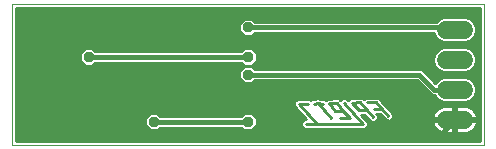
<source format=gbl>
G75*
G70*
%OFA0B0*%
%FSLAX24Y24*%
%IPPOS*%
%LPD*%
%AMOC8*
5,1,8,0,0,1.08239X$1,22.5*
%
%ADD10C,0.0000*%
%ADD11C,0.0600*%
%ADD12C,0.0100*%
%ADD13C,0.0160*%
%ADD14OC8,0.0356*%
D10*
X000347Y000347D02*
X016095Y000347D01*
X016095Y005071D01*
X000347Y005071D01*
X000347Y000347D01*
D11*
X014811Y001209D02*
X015411Y001209D01*
X015411Y002209D02*
X014811Y002209D01*
X014811Y003209D02*
X015411Y003209D01*
X015411Y004209D02*
X014811Y004209D01*
D12*
X014416Y004090D02*
X008434Y004090D01*
X008438Y004094D02*
X014415Y004094D01*
X014463Y003977D01*
X014578Y003861D01*
X014729Y003799D01*
X015492Y003799D01*
X015643Y003861D01*
X015758Y003977D01*
X015821Y004128D01*
X015821Y004291D01*
X015758Y004441D01*
X015643Y004557D01*
X015492Y004619D01*
X014729Y004619D01*
X014578Y004557D01*
X014496Y004474D01*
X008438Y004474D01*
X008340Y004572D01*
X008102Y004572D01*
X007933Y004403D01*
X007933Y004165D01*
X008102Y003996D01*
X008340Y003996D01*
X008438Y004094D01*
X008007Y004090D02*
X000497Y004090D01*
X000497Y004188D02*
X007933Y004188D01*
X007933Y004287D02*
X000497Y004287D01*
X000497Y004385D02*
X007933Y004385D01*
X008013Y004484D02*
X000497Y004484D01*
X000497Y004582D02*
X014640Y004582D01*
X014506Y004484D02*
X008428Y004484D01*
X008340Y003588D02*
X008102Y003588D01*
X008003Y003490D01*
X003123Y003490D01*
X003025Y003588D01*
X002787Y003588D01*
X002618Y003419D01*
X002618Y003180D01*
X002787Y003011D01*
X003025Y003011D01*
X003123Y003110D01*
X008003Y003110D01*
X008102Y003011D01*
X008340Y003011D01*
X008509Y003180D01*
X008509Y003419D01*
X008340Y003588D01*
X008429Y003499D02*
X014521Y003499D01*
X014578Y003557D02*
X014463Y003441D01*
X014401Y003291D01*
X014401Y003128D01*
X014463Y002977D01*
X014578Y002861D01*
X014729Y002799D01*
X015492Y002799D01*
X015643Y002861D01*
X015758Y002977D01*
X015821Y003128D01*
X015821Y003291D01*
X015758Y003441D01*
X015643Y003557D01*
X015492Y003619D01*
X014729Y003619D01*
X014578Y003557D01*
X014677Y003597D02*
X000497Y003597D01*
X000497Y003499D02*
X002698Y003499D01*
X002618Y003400D02*
X000497Y003400D01*
X000497Y003302D02*
X002618Y003302D01*
X002618Y003203D02*
X000497Y003203D01*
X000497Y003105D02*
X002693Y003105D01*
X003119Y003105D02*
X008008Y003105D01*
X008102Y002997D02*
X007933Y002828D01*
X007933Y002590D01*
X008102Y002421D01*
X008340Y002421D01*
X008438Y002519D01*
X013851Y002519D01*
X014351Y002019D01*
X014446Y002019D01*
X014463Y001977D01*
X014578Y001861D01*
X014729Y001799D01*
X015492Y001799D01*
X015643Y001861D01*
X015758Y001977D01*
X015821Y002128D01*
X015821Y002291D01*
X015758Y002441D01*
X015643Y002557D01*
X015492Y002619D01*
X014729Y002619D01*
X014578Y002557D01*
X014465Y002443D01*
X014008Y002899D01*
X008438Y002899D01*
X008340Y002997D01*
X008102Y002997D01*
X008012Y002908D02*
X000497Y002908D01*
X000497Y003006D02*
X014451Y003006D01*
X014410Y003105D02*
X008434Y003105D01*
X008509Y003203D02*
X014401Y003203D01*
X014405Y003302D02*
X008509Y003302D01*
X008509Y003400D02*
X014446Y003400D01*
X015545Y003597D02*
X015945Y003597D01*
X015945Y003499D02*
X015701Y003499D01*
X015775Y003400D02*
X015945Y003400D01*
X015945Y003302D02*
X015816Y003302D01*
X015821Y003203D02*
X015945Y003203D01*
X015945Y003105D02*
X015811Y003105D01*
X015770Y003006D02*
X015945Y003006D01*
X015945Y002908D02*
X015689Y002908D01*
X015517Y002809D02*
X015945Y002809D01*
X015945Y002711D02*
X014196Y002711D01*
X014098Y002809D02*
X014704Y002809D01*
X014532Y002908D02*
X008430Y002908D01*
X007933Y002809D02*
X000497Y002809D01*
X000497Y002711D02*
X007933Y002711D01*
X007933Y002612D02*
X000497Y002612D01*
X000497Y002514D02*
X008009Y002514D01*
X008433Y002514D02*
X013856Y002514D01*
X013955Y002415D02*
X000497Y002415D01*
X000497Y002317D02*
X014053Y002317D01*
X014152Y002218D02*
X000497Y002218D01*
X000497Y002120D02*
X014250Y002120D01*
X014349Y002021D02*
X000497Y002021D01*
X000497Y001923D02*
X011352Y001923D01*
X011369Y001938D02*
X011290Y001868D01*
X011252Y001910D01*
X011246Y001910D01*
X011242Y001914D01*
X011181Y001914D01*
X011120Y001917D01*
X011116Y001913D01*
X010915Y001911D01*
X010854Y001915D01*
X010850Y001911D01*
X010844Y001911D01*
X010812Y001878D01*
X010792Y001901D01*
X010615Y001911D01*
X010602Y001912D01*
X010592Y001920D01*
X010538Y001915D01*
X010483Y001919D01*
X010473Y001910D01*
X010336Y001898D01*
X010313Y001871D01*
X010286Y001898D01*
X009923Y001898D01*
X009862Y001901D01*
X009858Y001898D01*
X009852Y001898D01*
X009809Y001854D01*
X009763Y001813D01*
X009763Y001808D01*
X009759Y001804D01*
X009759Y001742D01*
X009755Y001681D01*
X009759Y001677D01*
X009759Y001671D01*
X009803Y001628D01*
X010158Y001229D01*
X010081Y001230D01*
X009987Y001137D01*
X009985Y001005D01*
X010078Y000910D01*
X010451Y000906D01*
X010513Y000906D01*
X010575Y000902D01*
X010578Y000905D01*
X010582Y000905D01*
X010583Y000906D01*
X012054Y000905D01*
X012115Y000902D01*
X012119Y000905D01*
X012124Y000905D01*
X012168Y000949D01*
X012214Y000990D01*
X012214Y000995D01*
X012218Y000999D01*
X012218Y001061D01*
X012222Y001122D01*
X012218Y001126D01*
X012218Y001132D01*
X012175Y001175D01*
X011996Y001375D01*
X012103Y001376D01*
X012315Y001138D01*
X012447Y001131D01*
X012546Y001219D01*
X012554Y001351D01*
X012500Y001411D01*
X012613Y001404D01*
X012813Y001180D01*
X012945Y001173D01*
X013044Y001261D01*
X013052Y001393D01*
X012764Y001716D01*
X012649Y001845D01*
X012649Y001851D01*
X012605Y001894D01*
X012565Y001940D01*
X012559Y001940D01*
X012555Y001944D01*
X012494Y001944D01*
X012432Y001948D01*
X012428Y001944D01*
X012131Y001944D01*
X012075Y001888D01*
X012074Y001890D01*
X012033Y001935D01*
X012027Y001936D01*
X012022Y001940D01*
X011962Y001940D01*
X011901Y001943D01*
X011896Y001939D01*
X011696Y001937D01*
X011635Y001941D01*
X011630Y001937D01*
X011624Y001937D01*
X011582Y001893D01*
X011556Y001870D01*
X011502Y001931D01*
X011369Y001938D01*
X011508Y001923D02*
X011611Y001923D01*
X011692Y001777D02*
X011958Y001779D01*
X012174Y001537D01*
X011908Y001534D01*
X011692Y001777D01*
X011426Y001775D02*
X012058Y001065D01*
X010518Y001066D01*
X010146Y001069D01*
X009986Y001036D02*
X008509Y001036D01*
X008509Y001015D02*
X008340Y000846D01*
X008102Y000846D01*
X008003Y000944D01*
X005289Y000944D01*
X005191Y000846D01*
X004952Y000846D01*
X004783Y001015D01*
X004783Y001254D01*
X004952Y001422D01*
X005191Y001422D01*
X005289Y001324D01*
X008003Y001324D01*
X008102Y001422D01*
X008340Y001422D01*
X008509Y001254D01*
X008509Y001015D01*
X008432Y000938D02*
X010051Y000938D01*
X010451Y000906D02*
X010451Y000906D01*
X010518Y001066D02*
X009919Y001738D01*
X010220Y001738D01*
X010415Y001744D02*
X010540Y001755D01*
X010972Y001270D01*
X011273Y001270D02*
X011609Y001268D01*
X011393Y001511D01*
X011128Y001509D01*
X010911Y001751D01*
X011177Y001754D01*
X011393Y001511D01*
X012035Y001332D02*
X012142Y001332D01*
X012123Y001233D02*
X012230Y001233D01*
X012390Y001294D02*
X012174Y001537D01*
X012406Y001577D02*
X012689Y001560D01*
X012888Y001336D01*
X013048Y001332D02*
X014377Y001332D01*
X014372Y001314D02*
X014363Y001259D01*
X015061Y001259D01*
X015061Y001659D01*
X014775Y001659D01*
X014705Y001648D01*
X014638Y001626D01*
X014575Y001594D01*
X014517Y001552D01*
X014467Y001502D01*
X014426Y001445D01*
X014394Y001382D01*
X014372Y001314D01*
X014418Y001430D02*
X013019Y001430D01*
X012931Y001529D02*
X014494Y001529D01*
X014642Y001627D02*
X012843Y001627D01*
X012764Y001716D02*
X012764Y001716D01*
X012755Y001726D02*
X015945Y001726D01*
X015945Y001627D02*
X015579Y001627D01*
X015583Y001626D02*
X015516Y001648D01*
X015446Y001659D01*
X015161Y001659D01*
X015161Y001259D01*
X015858Y001259D01*
X015850Y001314D01*
X015828Y001382D01*
X015796Y001445D01*
X015754Y001502D01*
X015704Y001552D01*
X015646Y001594D01*
X015583Y001626D01*
X015727Y001529D02*
X015945Y001529D01*
X015945Y001430D02*
X015803Y001430D01*
X015844Y001332D02*
X015945Y001332D01*
X015945Y001233D02*
X015161Y001233D01*
X015161Y001259D02*
X015161Y001159D01*
X015858Y001159D01*
X015850Y001104D01*
X015828Y001036D01*
X015796Y000973D01*
X015754Y000916D01*
X015704Y000866D01*
X015646Y000824D01*
X015583Y000792D01*
X015516Y000770D01*
X015446Y000759D01*
X015161Y000759D01*
X015161Y001159D01*
X015061Y001159D01*
X015061Y000759D01*
X014775Y000759D01*
X014705Y000770D01*
X014638Y000792D01*
X014575Y000824D01*
X014517Y000866D01*
X014467Y000916D01*
X014426Y000973D01*
X014394Y001036D01*
X014372Y001104D01*
X014363Y001159D01*
X015061Y001159D01*
X015061Y001259D01*
X015161Y001259D01*
X015161Y001332D02*
X015061Y001332D01*
X015061Y001430D02*
X015161Y001430D01*
X015161Y001529D02*
X015061Y001529D01*
X015061Y001627D02*
X015161Y001627D01*
X015553Y001824D02*
X015945Y001824D01*
X015945Y001923D02*
X015704Y001923D01*
X015777Y002021D02*
X015945Y002021D01*
X015945Y002120D02*
X015817Y002120D01*
X015821Y002218D02*
X015945Y002218D01*
X015945Y002317D02*
X015810Y002317D01*
X015769Y002415D02*
X015945Y002415D01*
X015945Y002514D02*
X015686Y002514D01*
X015508Y002612D02*
X015945Y002612D01*
X014713Y002612D02*
X014295Y002612D01*
X014393Y002514D02*
X014536Y002514D01*
X014517Y001923D02*
X012580Y001923D01*
X012668Y001824D02*
X014668Y001824D01*
X015061Y001233D02*
X013013Y001233D01*
X012766Y001233D02*
X012547Y001233D01*
X012552Y001332D02*
X012678Y001332D01*
X012689Y001560D02*
X012489Y001784D01*
X012197Y001784D01*
X012110Y001923D02*
X012044Y001923D01*
X010716Y001745D02*
X010540Y001755D01*
X010615Y001911D02*
X010615Y001911D01*
X009776Y001824D02*
X000497Y001824D01*
X000497Y001726D02*
X009758Y001726D01*
X009803Y001627D02*
X000497Y001627D01*
X000497Y001529D02*
X009891Y001529D01*
X009978Y001430D02*
X000497Y001430D01*
X000497Y001332D02*
X004861Y001332D01*
X004783Y001233D02*
X000497Y001233D01*
X000497Y001135D02*
X004783Y001135D01*
X004783Y001036D02*
X000497Y001036D01*
X000497Y000938D02*
X004860Y000938D01*
X005282Y000938D02*
X008010Y000938D01*
X008509Y001135D02*
X009987Y001135D01*
X010154Y001233D02*
X008509Y001233D01*
X008431Y001332D02*
X010066Y001332D01*
X012157Y000938D02*
X014451Y000938D01*
X014394Y001036D02*
X012218Y001036D01*
X012215Y001135D02*
X012374Y001135D01*
X012452Y001135D02*
X014367Y001135D01*
X015061Y001135D02*
X015161Y001135D01*
X015161Y001036D02*
X015061Y001036D01*
X015061Y000938D02*
X015161Y000938D01*
X015161Y000839D02*
X015061Y000839D01*
X014554Y000839D02*
X000497Y000839D01*
X000497Y000741D02*
X015945Y000741D01*
X015945Y000839D02*
X015667Y000839D01*
X015770Y000938D02*
X015945Y000938D01*
X015945Y001036D02*
X015828Y001036D01*
X015854Y001135D02*
X015945Y001135D01*
X015945Y000642D02*
X000497Y000642D01*
X000497Y000544D02*
X015945Y000544D01*
X015945Y000497D02*
X000497Y000497D01*
X000497Y004921D01*
X015945Y004921D01*
X015945Y000497D01*
X008011Y001332D02*
X005281Y001332D01*
X003114Y003499D02*
X008013Y003499D01*
X014457Y003991D02*
X000497Y003991D01*
X000497Y003893D02*
X014547Y003893D01*
X015674Y003893D02*
X015945Y003893D01*
X015945Y003794D02*
X000497Y003794D01*
X000497Y003696D02*
X015945Y003696D01*
X015945Y003991D02*
X015764Y003991D01*
X015805Y004090D02*
X015945Y004090D01*
X015945Y004188D02*
X015821Y004188D01*
X015821Y004287D02*
X015945Y004287D01*
X015945Y004385D02*
X015781Y004385D01*
X015716Y004484D02*
X015945Y004484D01*
X015945Y004582D02*
X015581Y004582D01*
X015945Y004681D02*
X000497Y004681D01*
X000497Y004779D02*
X015945Y004779D01*
X015945Y004878D02*
X000497Y004878D01*
D13*
X002906Y003300D02*
X008221Y003300D01*
X008221Y002709D02*
X013930Y002709D01*
X014430Y002209D01*
X015111Y002209D01*
X015111Y001209D02*
X014445Y000544D01*
X001430Y000544D01*
X000937Y001036D01*
X000937Y002709D01*
X005071Y001134D02*
X008221Y001134D01*
X015036Y004284D02*
X015111Y004209D01*
X015036Y004284D02*
X008221Y004284D01*
D14*
X008221Y004284D03*
X008221Y003300D03*
X008221Y002709D03*
X008221Y001134D03*
X005071Y001134D03*
X000937Y002709D03*
X002906Y003300D03*
M02*

</source>
